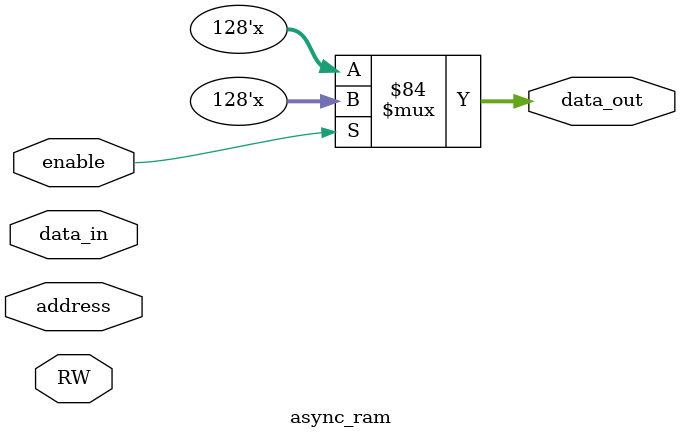
<source format=v>
module async_ram 
#(
    parameter A_WIDTH = 32, 
    parameter D_WIDTH =128 )
(
    enable,
    RW,
    address,
    data_in,
    data_out
);

input  [A_WIDTH-1 : 0] address;
input  enable,RW;
input  [D_WIDTH-1 : 0] data_in;
output [D_WIDTH-1 : 0] data_out;

reg [D_WIDTH-1 :0] mem [(1<<A_WIDTH)-1 : 0];//2^A_WIDTH-1 : 0 =ADDRESS
reg [D_WIDTH-1 :0] data_out;
always @ (enable or RW ) begin // rw=1 ==> 'read' otherwise 'write'
    if (enable) begin 
        if (RW) data_out=mem[address];
        else mem[address]=data_in;
        
    end else begin
        data_out= 128'bz;//high impedance state 
    end 
              
    
end

endmodule

</source>
